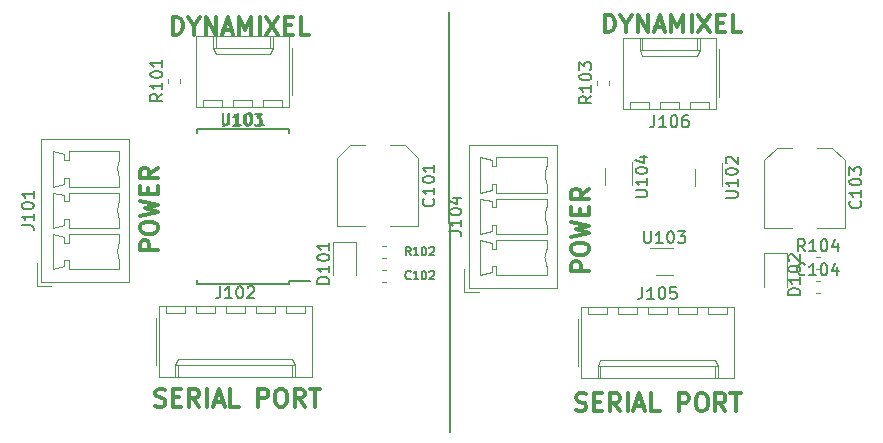
<source format=gto>
G04 #@! TF.GenerationSoftware,KiCad,Pcbnew,5.0.2+dfsg1-1~bpo9+1*
G04 #@! TF.CreationDate,2019-11-03T17:14:50+01:00*
G04 #@! TF.ProjectId,HALF_DUPLEX_UART,48414c46-5f44-4555-904c-45585f554152,rev?*
G04 #@! TF.SameCoordinates,Original*
G04 #@! TF.FileFunction,Legend,Top*
G04 #@! TF.FilePolarity,Positive*
%FSLAX46Y46*%
G04 Gerber Fmt 4.6, Leading zero omitted, Abs format (unit mm)*
G04 Created by KiCad (PCBNEW 5.0.2+dfsg1-1~bpo9+1) date dim. 03 nov. 2019 17:14:50 CET*
%MOMM*%
%LPD*%
G01*
G04 APERTURE LIST*
%ADD10C,0.300000*%
%ADD11C,0.150000*%
%ADD12C,0.120000*%
G04 APERTURE END LIST*
D10*
X159032642Y-123924142D02*
X159246928Y-123995571D01*
X159604071Y-123995571D01*
X159746928Y-123924142D01*
X159818357Y-123852714D01*
X159889785Y-123709857D01*
X159889785Y-123567000D01*
X159818357Y-123424142D01*
X159746928Y-123352714D01*
X159604071Y-123281285D01*
X159318357Y-123209857D01*
X159175500Y-123138428D01*
X159104071Y-123067000D01*
X159032642Y-122924142D01*
X159032642Y-122781285D01*
X159104071Y-122638428D01*
X159175500Y-122567000D01*
X159318357Y-122495571D01*
X159675500Y-122495571D01*
X159889785Y-122567000D01*
X160532642Y-123209857D02*
X161032642Y-123209857D01*
X161246928Y-123995571D02*
X160532642Y-123995571D01*
X160532642Y-122495571D01*
X161246928Y-122495571D01*
X162746928Y-123995571D02*
X162246928Y-123281285D01*
X161889785Y-123995571D02*
X161889785Y-122495571D01*
X162461214Y-122495571D01*
X162604071Y-122567000D01*
X162675500Y-122638428D01*
X162746928Y-122781285D01*
X162746928Y-122995571D01*
X162675500Y-123138428D01*
X162604071Y-123209857D01*
X162461214Y-123281285D01*
X161889785Y-123281285D01*
X163389785Y-123995571D02*
X163389785Y-122495571D01*
X164032642Y-123567000D02*
X164746928Y-123567000D01*
X163889785Y-123995571D02*
X164389785Y-122495571D01*
X164889785Y-123995571D01*
X166104071Y-123995571D02*
X165389785Y-123995571D01*
X165389785Y-122495571D01*
X167746928Y-123995571D02*
X167746928Y-122495571D01*
X168318357Y-122495571D01*
X168461214Y-122567000D01*
X168532642Y-122638428D01*
X168604071Y-122781285D01*
X168604071Y-122995571D01*
X168532642Y-123138428D01*
X168461214Y-123209857D01*
X168318357Y-123281285D01*
X167746928Y-123281285D01*
X169532642Y-122495571D02*
X169818357Y-122495571D01*
X169961214Y-122567000D01*
X170104071Y-122709857D01*
X170175500Y-122995571D01*
X170175500Y-123495571D01*
X170104071Y-123781285D01*
X169961214Y-123924142D01*
X169818357Y-123995571D01*
X169532642Y-123995571D01*
X169389785Y-123924142D01*
X169246928Y-123781285D01*
X169175500Y-123495571D01*
X169175500Y-122995571D01*
X169246928Y-122709857D01*
X169389785Y-122567000D01*
X169532642Y-122495571D01*
X171675500Y-123995571D02*
X171175500Y-123281285D01*
X170818357Y-123995571D02*
X170818357Y-122495571D01*
X171389785Y-122495571D01*
X171532642Y-122567000D01*
X171604071Y-122638428D01*
X171675500Y-122781285D01*
X171675500Y-122995571D01*
X171604071Y-123138428D01*
X171532642Y-123209857D01*
X171389785Y-123281285D01*
X170818357Y-123281285D01*
X172104071Y-122495571D02*
X172961214Y-122495571D01*
X172532642Y-123995571D02*
X172532642Y-122495571D01*
X160127071Y-112176285D02*
X158627071Y-112176285D01*
X158627071Y-111604857D01*
X158698500Y-111462000D01*
X158769928Y-111390571D01*
X158912785Y-111319142D01*
X159127071Y-111319142D01*
X159269928Y-111390571D01*
X159341357Y-111462000D01*
X159412785Y-111604857D01*
X159412785Y-112176285D01*
X158627071Y-110390571D02*
X158627071Y-110104857D01*
X158698500Y-109962000D01*
X158841357Y-109819142D01*
X159127071Y-109747714D01*
X159627071Y-109747714D01*
X159912785Y-109819142D01*
X160055642Y-109962000D01*
X160127071Y-110104857D01*
X160127071Y-110390571D01*
X160055642Y-110533428D01*
X159912785Y-110676285D01*
X159627071Y-110747714D01*
X159127071Y-110747714D01*
X158841357Y-110676285D01*
X158698500Y-110533428D01*
X158627071Y-110390571D01*
X158627071Y-109247714D02*
X160127071Y-108890571D01*
X159055642Y-108604857D01*
X160127071Y-108319142D01*
X158627071Y-107962000D01*
X159341357Y-107390571D02*
X159341357Y-106890571D01*
X160127071Y-106676285D02*
X160127071Y-107390571D01*
X158627071Y-107390571D01*
X158627071Y-106676285D01*
X160127071Y-105176285D02*
X159412785Y-105676285D01*
X160127071Y-106033428D02*
X158627071Y-106033428D01*
X158627071Y-105462000D01*
X158698500Y-105319142D01*
X158769928Y-105247714D01*
X158912785Y-105176285D01*
X159127071Y-105176285D01*
X159269928Y-105247714D01*
X159341357Y-105319142D01*
X159412785Y-105462000D01*
X159412785Y-106033428D01*
X161453428Y-91928071D02*
X161453428Y-90428071D01*
X161810571Y-90428071D01*
X162024857Y-90499500D01*
X162167714Y-90642357D01*
X162239142Y-90785214D01*
X162310571Y-91070928D01*
X162310571Y-91285214D01*
X162239142Y-91570928D01*
X162167714Y-91713785D01*
X162024857Y-91856642D01*
X161810571Y-91928071D01*
X161453428Y-91928071D01*
X163239142Y-91213785D02*
X163239142Y-91928071D01*
X162739142Y-90428071D02*
X163239142Y-91213785D01*
X163739142Y-90428071D01*
X164239142Y-91928071D02*
X164239142Y-90428071D01*
X165096285Y-91928071D01*
X165096285Y-90428071D01*
X165739142Y-91499500D02*
X166453428Y-91499500D01*
X165596285Y-91928071D02*
X166096285Y-90428071D01*
X166596285Y-91928071D01*
X167096285Y-91928071D02*
X167096285Y-90428071D01*
X167596285Y-91499500D01*
X168096285Y-90428071D01*
X168096285Y-91928071D01*
X168810571Y-91928071D02*
X168810571Y-90428071D01*
X169382000Y-90428071D02*
X170382000Y-91928071D01*
X170382000Y-90428071D02*
X169382000Y-91928071D01*
X170953428Y-91142357D02*
X171453428Y-91142357D01*
X171667714Y-91928071D02*
X170953428Y-91928071D01*
X170953428Y-90428071D01*
X171667714Y-90428071D01*
X173024857Y-91928071D02*
X172310571Y-91928071D01*
X172310571Y-90428071D01*
D11*
X148272500Y-90170000D02*
X148336000Y-125730000D01*
D10*
X123614571Y-110398285D02*
X122114571Y-110398285D01*
X122114571Y-109826857D01*
X122186000Y-109684000D01*
X122257428Y-109612571D01*
X122400285Y-109541142D01*
X122614571Y-109541142D01*
X122757428Y-109612571D01*
X122828857Y-109684000D01*
X122900285Y-109826857D01*
X122900285Y-110398285D01*
X122114571Y-108612571D02*
X122114571Y-108326857D01*
X122186000Y-108184000D01*
X122328857Y-108041142D01*
X122614571Y-107969714D01*
X123114571Y-107969714D01*
X123400285Y-108041142D01*
X123543142Y-108184000D01*
X123614571Y-108326857D01*
X123614571Y-108612571D01*
X123543142Y-108755428D01*
X123400285Y-108898285D01*
X123114571Y-108969714D01*
X122614571Y-108969714D01*
X122328857Y-108898285D01*
X122186000Y-108755428D01*
X122114571Y-108612571D01*
X122114571Y-107469714D02*
X123614571Y-107112571D01*
X122543142Y-106826857D01*
X123614571Y-106541142D01*
X122114571Y-106184000D01*
X122828857Y-105612571D02*
X122828857Y-105112571D01*
X123614571Y-104898285D02*
X123614571Y-105612571D01*
X122114571Y-105612571D01*
X122114571Y-104898285D01*
X123614571Y-103398285D02*
X122900285Y-103898285D01*
X123614571Y-104255428D02*
X122114571Y-104255428D01*
X122114571Y-103684000D01*
X122186000Y-103541142D01*
X122257428Y-103469714D01*
X122400285Y-103398285D01*
X122614571Y-103398285D01*
X122757428Y-103469714D01*
X122828857Y-103541142D01*
X122900285Y-103684000D01*
X122900285Y-104255428D01*
X124877428Y-92118571D02*
X124877428Y-90618571D01*
X125234571Y-90618571D01*
X125448857Y-90690000D01*
X125591714Y-90832857D01*
X125663142Y-90975714D01*
X125734571Y-91261428D01*
X125734571Y-91475714D01*
X125663142Y-91761428D01*
X125591714Y-91904285D01*
X125448857Y-92047142D01*
X125234571Y-92118571D01*
X124877428Y-92118571D01*
X126663142Y-91404285D02*
X126663142Y-92118571D01*
X126163142Y-90618571D02*
X126663142Y-91404285D01*
X127163142Y-90618571D01*
X127663142Y-92118571D02*
X127663142Y-90618571D01*
X128520285Y-92118571D01*
X128520285Y-90618571D01*
X129163142Y-91690000D02*
X129877428Y-91690000D01*
X129020285Y-92118571D02*
X129520285Y-90618571D01*
X130020285Y-92118571D01*
X130520285Y-92118571D02*
X130520285Y-90618571D01*
X131020285Y-91690000D01*
X131520285Y-90618571D01*
X131520285Y-92118571D01*
X132234571Y-92118571D02*
X132234571Y-90618571D01*
X132806000Y-90618571D02*
X133806000Y-92118571D01*
X133806000Y-90618571D02*
X132806000Y-92118571D01*
X134377428Y-91332857D02*
X134877428Y-91332857D01*
X135091714Y-92118571D02*
X134377428Y-92118571D01*
X134377428Y-90618571D01*
X135091714Y-90618571D01*
X136448857Y-92118571D02*
X135734571Y-92118571D01*
X135734571Y-90618571D01*
X123409142Y-123543142D02*
X123623428Y-123614571D01*
X123980571Y-123614571D01*
X124123428Y-123543142D01*
X124194857Y-123471714D01*
X124266285Y-123328857D01*
X124266285Y-123186000D01*
X124194857Y-123043142D01*
X124123428Y-122971714D01*
X123980571Y-122900285D01*
X123694857Y-122828857D01*
X123552000Y-122757428D01*
X123480571Y-122686000D01*
X123409142Y-122543142D01*
X123409142Y-122400285D01*
X123480571Y-122257428D01*
X123552000Y-122186000D01*
X123694857Y-122114571D01*
X124052000Y-122114571D01*
X124266285Y-122186000D01*
X124909142Y-122828857D02*
X125409142Y-122828857D01*
X125623428Y-123614571D02*
X124909142Y-123614571D01*
X124909142Y-122114571D01*
X125623428Y-122114571D01*
X127123428Y-123614571D02*
X126623428Y-122900285D01*
X126266285Y-123614571D02*
X126266285Y-122114571D01*
X126837714Y-122114571D01*
X126980571Y-122186000D01*
X127052000Y-122257428D01*
X127123428Y-122400285D01*
X127123428Y-122614571D01*
X127052000Y-122757428D01*
X126980571Y-122828857D01*
X126837714Y-122900285D01*
X126266285Y-122900285D01*
X127766285Y-123614571D02*
X127766285Y-122114571D01*
X128409142Y-123186000D02*
X129123428Y-123186000D01*
X128266285Y-123614571D02*
X128766285Y-122114571D01*
X129266285Y-123614571D01*
X130480571Y-123614571D02*
X129766285Y-123614571D01*
X129766285Y-122114571D01*
X132123428Y-123614571D02*
X132123428Y-122114571D01*
X132694857Y-122114571D01*
X132837714Y-122186000D01*
X132909142Y-122257428D01*
X132980571Y-122400285D01*
X132980571Y-122614571D01*
X132909142Y-122757428D01*
X132837714Y-122828857D01*
X132694857Y-122900285D01*
X132123428Y-122900285D01*
X133909142Y-122114571D02*
X134194857Y-122114571D01*
X134337714Y-122186000D01*
X134480571Y-122328857D01*
X134552000Y-122614571D01*
X134552000Y-123114571D01*
X134480571Y-123400285D01*
X134337714Y-123543142D01*
X134194857Y-123614571D01*
X133909142Y-123614571D01*
X133766285Y-123543142D01*
X133623428Y-123400285D01*
X133552000Y-123114571D01*
X133552000Y-122614571D01*
X133623428Y-122328857D01*
X133766285Y-122186000D01*
X133909142Y-122114571D01*
X136052000Y-123614571D02*
X135552000Y-122900285D01*
X135194857Y-123614571D02*
X135194857Y-122114571D01*
X135766285Y-122114571D01*
X135909142Y-122186000D01*
X135980571Y-122257428D01*
X136052000Y-122400285D01*
X136052000Y-122614571D01*
X135980571Y-122757428D01*
X135909142Y-122828857D01*
X135766285Y-122900285D01*
X135194857Y-122900285D01*
X136480571Y-122114571D02*
X137337714Y-122114571D01*
X136909142Y-123614571D02*
X136909142Y-122114571D01*
D12*
G04 #@! TO.C,U103*
X165797000Y-112475500D02*
X167197000Y-112475500D01*
X167197000Y-110155500D02*
X165297000Y-110155500D01*
G04 #@! TO.C,U102*
X169086000Y-103520000D02*
X169086000Y-104920000D01*
X171406000Y-104920000D02*
X171406000Y-103020000D01*
G04 #@! TO.C,U104*
X161463500Y-103440000D02*
X161463500Y-104840000D01*
X163783500Y-104840000D02*
X163783500Y-102940000D01*
G04 #@! TO.C,J106*
X170861500Y-98407000D02*
X170861500Y-92387000D01*
X170861500Y-92387000D02*
X163021500Y-92387000D01*
X163021500Y-92387000D02*
X163021500Y-98407000D01*
X163021500Y-98407000D02*
X170861500Y-98407000D01*
X171151500Y-97377000D02*
X171151500Y-93377000D01*
X169481500Y-92387000D02*
X169481500Y-93387000D01*
X169481500Y-93387000D02*
X164401500Y-93387000D01*
X164401500Y-93387000D02*
X164401500Y-92387000D01*
X169481500Y-93387000D02*
X169231500Y-93917000D01*
X169231500Y-93917000D02*
X164651500Y-93917000D01*
X164651500Y-93917000D02*
X164401500Y-93387000D01*
X169231500Y-92387000D02*
X169231500Y-93387000D01*
X164651500Y-92387000D02*
X164651500Y-93387000D01*
X170281500Y-98407000D02*
X170281500Y-97807000D01*
X170281500Y-97807000D02*
X168681500Y-97807000D01*
X168681500Y-97807000D02*
X168681500Y-98407000D01*
X167741500Y-98407000D02*
X167741500Y-97807000D01*
X167741500Y-97807000D02*
X166141500Y-97807000D01*
X166141500Y-97807000D02*
X166141500Y-98407000D01*
X165201500Y-98407000D02*
X165201500Y-97807000D01*
X165201500Y-97807000D02*
X163601500Y-97807000D01*
X163601500Y-97807000D02*
X163601500Y-98407000D01*
G04 #@! TO.C,J104*
X149555000Y-113948000D02*
X149555000Y-111948000D01*
X150805000Y-113948000D02*
X149555000Y-113948000D01*
X156555000Y-102498000D02*
X156555000Y-103248000D01*
X152255000Y-102498000D02*
X156555000Y-102498000D01*
X152255000Y-103248000D02*
X152255000Y-102498000D01*
X151905000Y-103248000D02*
X152255000Y-103248000D01*
X151905000Y-102748000D02*
X151905000Y-103248000D01*
X150905000Y-102498000D02*
X151905000Y-102748000D01*
X150905000Y-105498000D02*
X150905000Y-102498000D01*
X151905000Y-105248000D02*
X150905000Y-105498000D01*
X151905000Y-104748000D02*
X151905000Y-105248000D01*
X152255000Y-104748000D02*
X151905000Y-104748000D01*
X152255000Y-105498000D02*
X152255000Y-104748000D01*
X156555000Y-105498000D02*
X152255000Y-105498000D01*
X156555000Y-104748000D02*
X156555000Y-105498000D01*
X156555000Y-105998000D02*
X156555000Y-106748000D01*
X152255000Y-105998000D02*
X156555000Y-105998000D01*
X152255000Y-106748000D02*
X152255000Y-105998000D01*
X151905000Y-106748000D02*
X152255000Y-106748000D01*
X151905000Y-106248000D02*
X151905000Y-106748000D01*
X150905000Y-105998000D02*
X151905000Y-106248000D01*
X150905000Y-108998000D02*
X150905000Y-105998000D01*
X151905000Y-108748000D02*
X150905000Y-108998000D01*
X151905000Y-108248000D02*
X151905000Y-108748000D01*
X152255000Y-108248000D02*
X151905000Y-108248000D01*
X152255000Y-108998000D02*
X152255000Y-108248000D01*
X156555000Y-108998000D02*
X152255000Y-108998000D01*
X156555000Y-108248000D02*
X156555000Y-108998000D01*
X156555000Y-109498000D02*
X156555000Y-110248000D01*
X152255000Y-109498000D02*
X156555000Y-109498000D01*
X152255000Y-110248000D02*
X152255000Y-109498000D01*
X151905000Y-110248000D02*
X152255000Y-110248000D01*
X151905000Y-109748000D02*
X151905000Y-110248000D01*
X150905000Y-109498000D02*
X151905000Y-109748000D01*
X150905000Y-112498000D02*
X150905000Y-109498000D01*
X151905000Y-112248000D02*
X150905000Y-112498000D01*
X151905000Y-111748000D02*
X151905000Y-112248000D01*
X152255000Y-111748000D02*
X151905000Y-111748000D01*
X152255000Y-112498000D02*
X152255000Y-111748000D01*
X156555000Y-112498000D02*
X152255000Y-112498000D01*
X156555000Y-111748000D02*
X156555000Y-112498000D01*
X149945000Y-101438000D02*
X149945000Y-113558000D01*
X157415000Y-101438000D02*
X149945000Y-101438000D01*
X157415000Y-113558000D02*
X157415000Y-101438000D01*
X149945000Y-113558000D02*
X157415000Y-113558000D01*
X156554845Y-103248353D02*
G75*
G03X156555000Y-104748000I1700155J-749647D01*
G01*
X156554845Y-106748353D02*
G75*
G03X156555000Y-108248000I1700155J-749647D01*
G01*
X156554845Y-110248353D02*
G75*
G03X156555000Y-111748000I1700155J-749647D01*
G01*
G04 #@! TO.C,J101*
X113360000Y-113440000D02*
X113360000Y-111440000D01*
X114610000Y-113440000D02*
X113360000Y-113440000D01*
X120360000Y-101990000D02*
X120360000Y-102740000D01*
X116060000Y-101990000D02*
X120360000Y-101990000D01*
X116060000Y-102740000D02*
X116060000Y-101990000D01*
X115710000Y-102740000D02*
X116060000Y-102740000D01*
X115710000Y-102240000D02*
X115710000Y-102740000D01*
X114710000Y-101990000D02*
X115710000Y-102240000D01*
X114710000Y-104990000D02*
X114710000Y-101990000D01*
X115710000Y-104740000D02*
X114710000Y-104990000D01*
X115710000Y-104240000D02*
X115710000Y-104740000D01*
X116060000Y-104240000D02*
X115710000Y-104240000D01*
X116060000Y-104990000D02*
X116060000Y-104240000D01*
X120360000Y-104990000D02*
X116060000Y-104990000D01*
X120360000Y-104240000D02*
X120360000Y-104990000D01*
X120360000Y-105490000D02*
X120360000Y-106240000D01*
X116060000Y-105490000D02*
X120360000Y-105490000D01*
X116060000Y-106240000D02*
X116060000Y-105490000D01*
X115710000Y-106240000D02*
X116060000Y-106240000D01*
X115710000Y-105740000D02*
X115710000Y-106240000D01*
X114710000Y-105490000D02*
X115710000Y-105740000D01*
X114710000Y-108490000D02*
X114710000Y-105490000D01*
X115710000Y-108240000D02*
X114710000Y-108490000D01*
X115710000Y-107740000D02*
X115710000Y-108240000D01*
X116060000Y-107740000D02*
X115710000Y-107740000D01*
X116060000Y-108490000D02*
X116060000Y-107740000D01*
X120360000Y-108490000D02*
X116060000Y-108490000D01*
X120360000Y-107740000D02*
X120360000Y-108490000D01*
X120360000Y-108990000D02*
X120360000Y-109740000D01*
X116060000Y-108990000D02*
X120360000Y-108990000D01*
X116060000Y-109740000D02*
X116060000Y-108990000D01*
X115710000Y-109740000D02*
X116060000Y-109740000D01*
X115710000Y-109240000D02*
X115710000Y-109740000D01*
X114710000Y-108990000D02*
X115710000Y-109240000D01*
X114710000Y-111990000D02*
X114710000Y-108990000D01*
X115710000Y-111740000D02*
X114710000Y-111990000D01*
X115710000Y-111240000D02*
X115710000Y-111740000D01*
X116060000Y-111240000D02*
X115710000Y-111240000D01*
X116060000Y-111990000D02*
X116060000Y-111240000D01*
X120360000Y-111990000D02*
X116060000Y-111990000D01*
X120360000Y-111240000D02*
X120360000Y-111990000D01*
X113750000Y-100930000D02*
X113750000Y-113050000D01*
X121220000Y-100930000D02*
X113750000Y-100930000D01*
X121220000Y-113050000D02*
X121220000Y-100930000D01*
X113750000Y-113050000D02*
X121220000Y-113050000D01*
X120359845Y-102740353D02*
G75*
G03X120360000Y-104240000I1700155J-749647D01*
G01*
X120359845Y-106240353D02*
G75*
G03X120360000Y-107740000I1700155J-749647D01*
G01*
X120359845Y-109740353D02*
G75*
G03X120360000Y-111240000I1700155J-749647D01*
G01*
G04 #@! TO.C,C101*
X139894437Y-101492000D02*
X138830000Y-102556437D01*
X144585563Y-101492000D02*
X145650000Y-102556437D01*
X144585563Y-101492000D02*
X143300000Y-101492000D01*
X139894437Y-101492000D02*
X141180000Y-101492000D01*
X138830000Y-102556437D02*
X138830000Y-108312000D01*
X145650000Y-102556437D02*
X145650000Y-108312000D01*
X145650000Y-108312000D02*
X143300000Y-108312000D01*
X138830000Y-108312000D02*
X141180000Y-108312000D01*
G04 #@! TO.C,C102*
X142576733Y-113032000D02*
X142919267Y-113032000D01*
X142576733Y-112012000D02*
X142919267Y-112012000D01*
G04 #@! TO.C,C103*
X174961500Y-108502500D02*
X177311500Y-108502500D01*
X181781500Y-108502500D02*
X179431500Y-108502500D01*
X181781500Y-102746937D02*
X181781500Y-108502500D01*
X174961500Y-102746937D02*
X174961500Y-108502500D01*
X176025937Y-101682500D02*
X177311500Y-101682500D01*
X180717063Y-101682500D02*
X179431500Y-101682500D01*
X180717063Y-101682500D02*
X181781500Y-102746937D01*
X176025937Y-101682500D02*
X174961500Y-102746937D01*
G04 #@! TO.C,C104*
X179343233Y-112964500D02*
X179685767Y-112964500D01*
X179343233Y-113984500D02*
X179685767Y-113984500D01*
G04 #@! TO.C,D101*
X140406000Y-112506000D02*
X140406000Y-109646000D01*
X140406000Y-109646000D02*
X138486000Y-109646000D01*
X138486000Y-109646000D02*
X138486000Y-112506000D01*
G04 #@! TO.C,D102*
X174935000Y-110598500D02*
X174935000Y-113458500D01*
X176855000Y-110598500D02*
X174935000Y-110598500D01*
X176855000Y-113458500D02*
X176855000Y-110598500D01*
G04 #@! TO.C,J102*
X123715000Y-115080000D02*
X123715000Y-121100000D01*
X123715000Y-121100000D02*
X136635000Y-121100000D01*
X136635000Y-121100000D02*
X136635000Y-115080000D01*
X136635000Y-115080000D02*
X123715000Y-115080000D01*
X123425000Y-116110000D02*
X123425000Y-120110000D01*
X125095000Y-121100000D02*
X125095000Y-120100000D01*
X125095000Y-120100000D02*
X135255000Y-120100000D01*
X135255000Y-120100000D02*
X135255000Y-121100000D01*
X125095000Y-120100000D02*
X125345000Y-119570000D01*
X125345000Y-119570000D02*
X135005000Y-119570000D01*
X135005000Y-119570000D02*
X135255000Y-120100000D01*
X125345000Y-121100000D02*
X125345000Y-120100000D01*
X135005000Y-121100000D02*
X135005000Y-120100000D01*
X124295000Y-115080000D02*
X124295000Y-115680000D01*
X124295000Y-115680000D02*
X125895000Y-115680000D01*
X125895000Y-115680000D02*
X125895000Y-115080000D01*
X126835000Y-115080000D02*
X126835000Y-115680000D01*
X126835000Y-115680000D02*
X128435000Y-115680000D01*
X128435000Y-115680000D02*
X128435000Y-115080000D01*
X129375000Y-115080000D02*
X129375000Y-115680000D01*
X129375000Y-115680000D02*
X130975000Y-115680000D01*
X130975000Y-115680000D02*
X130975000Y-115080000D01*
X131915000Y-115080000D02*
X131915000Y-115680000D01*
X131915000Y-115680000D02*
X133515000Y-115680000D01*
X133515000Y-115680000D02*
X133515000Y-115080000D01*
X134455000Y-115080000D02*
X134455000Y-115680000D01*
X134455000Y-115680000D02*
X136055000Y-115680000D01*
X136055000Y-115680000D02*
X136055000Y-115080000D01*
G04 #@! TO.C,J103*
X127470000Y-97680000D02*
X127470000Y-98280000D01*
X129070000Y-97680000D02*
X127470000Y-97680000D01*
X129070000Y-98280000D02*
X129070000Y-97680000D01*
X130010000Y-97680000D02*
X130010000Y-98280000D01*
X131610000Y-97680000D02*
X130010000Y-97680000D01*
X131610000Y-98280000D02*
X131610000Y-97680000D01*
X132550000Y-97680000D02*
X132550000Y-98280000D01*
X134150000Y-97680000D02*
X132550000Y-97680000D01*
X134150000Y-98280000D02*
X134150000Y-97680000D01*
X128520000Y-92260000D02*
X128520000Y-93260000D01*
X133100000Y-92260000D02*
X133100000Y-93260000D01*
X128520000Y-93790000D02*
X128270000Y-93260000D01*
X133100000Y-93790000D02*
X128520000Y-93790000D01*
X133350000Y-93260000D02*
X133100000Y-93790000D01*
X128270000Y-93260000D02*
X128270000Y-92260000D01*
X133350000Y-93260000D02*
X128270000Y-93260000D01*
X133350000Y-92260000D02*
X133350000Y-93260000D01*
X135020000Y-97250000D02*
X135020000Y-93250000D01*
X126890000Y-98280000D02*
X134730000Y-98280000D01*
X126890000Y-92260000D02*
X126890000Y-98280000D01*
X134730000Y-92260000D02*
X126890000Y-92260000D01*
X134730000Y-98280000D02*
X134730000Y-92260000D01*
G04 #@! TO.C,J105*
X171805500Y-115743500D02*
X171805500Y-115143500D01*
X170205500Y-115743500D02*
X171805500Y-115743500D01*
X170205500Y-115143500D02*
X170205500Y-115743500D01*
X169265500Y-115743500D02*
X169265500Y-115143500D01*
X167665500Y-115743500D02*
X169265500Y-115743500D01*
X167665500Y-115143500D02*
X167665500Y-115743500D01*
X166725500Y-115743500D02*
X166725500Y-115143500D01*
X165125500Y-115743500D02*
X166725500Y-115743500D01*
X165125500Y-115143500D02*
X165125500Y-115743500D01*
X164185500Y-115743500D02*
X164185500Y-115143500D01*
X162585500Y-115743500D02*
X164185500Y-115743500D01*
X162585500Y-115143500D02*
X162585500Y-115743500D01*
X161645500Y-115743500D02*
X161645500Y-115143500D01*
X160045500Y-115743500D02*
X161645500Y-115743500D01*
X160045500Y-115143500D02*
X160045500Y-115743500D01*
X170755500Y-121163500D02*
X170755500Y-120163500D01*
X161095500Y-121163500D02*
X161095500Y-120163500D01*
X170755500Y-119633500D02*
X171005500Y-120163500D01*
X161095500Y-119633500D02*
X170755500Y-119633500D01*
X160845500Y-120163500D02*
X161095500Y-119633500D01*
X171005500Y-120163500D02*
X171005500Y-121163500D01*
X160845500Y-120163500D02*
X171005500Y-120163500D01*
X160845500Y-121163500D02*
X160845500Y-120163500D01*
X159175500Y-116173500D02*
X159175500Y-120173500D01*
X172385500Y-115143500D02*
X159465500Y-115143500D01*
X172385500Y-121163500D02*
X172385500Y-115143500D01*
X159465500Y-121163500D02*
X172385500Y-121163500D01*
X159465500Y-115143500D02*
X159465500Y-121163500D01*
G04 #@! TO.C,R101*
X124458000Y-96183267D02*
X124458000Y-95840733D01*
X125478000Y-96183267D02*
X125478000Y-95840733D01*
G04 #@! TO.C,R102*
X142576733Y-111000000D02*
X142919267Y-111000000D01*
X142576733Y-109980000D02*
X142919267Y-109980000D01*
G04 #@! TO.C,R103*
X160780000Y-96373767D02*
X160780000Y-96031233D01*
X161800000Y-96373767D02*
X161800000Y-96031233D01*
G04 #@! TO.C,R104*
X179357233Y-111952500D02*
X179699767Y-111952500D01*
X179357233Y-110932500D02*
X179699767Y-110932500D01*
D11*
G04 #@! TO.C,U101*
X134685000Y-113255000D02*
X134685000Y-113005000D01*
X126935000Y-113255000D02*
X126935000Y-112920000D01*
X126935000Y-100105000D02*
X126935000Y-100440000D01*
X134685000Y-100105000D02*
X134685000Y-100440000D01*
X134685000Y-113255000D02*
X126935000Y-113255000D01*
X134685000Y-100105000D02*
X126935000Y-100105000D01*
X134685000Y-113005000D02*
X136485000Y-113005000D01*
G04 #@! TO.C,U103*
X164782714Y-108767880D02*
X164782714Y-109577404D01*
X164830333Y-109672642D01*
X164877952Y-109720261D01*
X164973190Y-109767880D01*
X165163666Y-109767880D01*
X165258904Y-109720261D01*
X165306523Y-109672642D01*
X165354142Y-109577404D01*
X165354142Y-108767880D01*
X166354142Y-109767880D02*
X165782714Y-109767880D01*
X166068428Y-109767880D02*
X166068428Y-108767880D01*
X165973190Y-108910738D01*
X165877952Y-109005976D01*
X165782714Y-109053595D01*
X166973190Y-108767880D02*
X167068428Y-108767880D01*
X167163666Y-108815500D01*
X167211285Y-108863119D01*
X167258904Y-108958357D01*
X167306523Y-109148833D01*
X167306523Y-109386928D01*
X167258904Y-109577404D01*
X167211285Y-109672642D01*
X167163666Y-109720261D01*
X167068428Y-109767880D01*
X166973190Y-109767880D01*
X166877952Y-109720261D01*
X166830333Y-109672642D01*
X166782714Y-109577404D01*
X166735095Y-109386928D01*
X166735095Y-109148833D01*
X166782714Y-108958357D01*
X166830333Y-108863119D01*
X166877952Y-108815500D01*
X166973190Y-108767880D01*
X167639857Y-108767880D02*
X168258904Y-108767880D01*
X167925571Y-109148833D01*
X168068428Y-109148833D01*
X168163666Y-109196452D01*
X168211285Y-109244071D01*
X168258904Y-109339309D01*
X168258904Y-109577404D01*
X168211285Y-109672642D01*
X168163666Y-109720261D01*
X168068428Y-109767880D01*
X167782714Y-109767880D01*
X167687476Y-109720261D01*
X167639857Y-109672642D01*
G04 #@! TO.C,U102*
X171698380Y-105934285D02*
X172507904Y-105934285D01*
X172603142Y-105886666D01*
X172650761Y-105839047D01*
X172698380Y-105743809D01*
X172698380Y-105553333D01*
X172650761Y-105458095D01*
X172603142Y-105410476D01*
X172507904Y-105362857D01*
X171698380Y-105362857D01*
X172698380Y-104362857D02*
X172698380Y-104934285D01*
X172698380Y-104648571D02*
X171698380Y-104648571D01*
X171841238Y-104743809D01*
X171936476Y-104839047D01*
X171984095Y-104934285D01*
X171698380Y-103743809D02*
X171698380Y-103648571D01*
X171746000Y-103553333D01*
X171793619Y-103505714D01*
X171888857Y-103458095D01*
X172079333Y-103410476D01*
X172317428Y-103410476D01*
X172507904Y-103458095D01*
X172603142Y-103505714D01*
X172650761Y-103553333D01*
X172698380Y-103648571D01*
X172698380Y-103743809D01*
X172650761Y-103839047D01*
X172603142Y-103886666D01*
X172507904Y-103934285D01*
X172317428Y-103981904D01*
X172079333Y-103981904D01*
X171888857Y-103934285D01*
X171793619Y-103886666D01*
X171746000Y-103839047D01*
X171698380Y-103743809D01*
X171793619Y-103029523D02*
X171746000Y-102981904D01*
X171698380Y-102886666D01*
X171698380Y-102648571D01*
X171746000Y-102553333D01*
X171793619Y-102505714D01*
X171888857Y-102458095D01*
X171984095Y-102458095D01*
X172126952Y-102505714D01*
X172698380Y-103077142D01*
X172698380Y-102458095D01*
G04 #@! TO.C,U104*
X164075880Y-105854285D02*
X164885404Y-105854285D01*
X164980642Y-105806666D01*
X165028261Y-105759047D01*
X165075880Y-105663809D01*
X165075880Y-105473333D01*
X165028261Y-105378095D01*
X164980642Y-105330476D01*
X164885404Y-105282857D01*
X164075880Y-105282857D01*
X165075880Y-104282857D02*
X165075880Y-104854285D01*
X165075880Y-104568571D02*
X164075880Y-104568571D01*
X164218738Y-104663809D01*
X164313976Y-104759047D01*
X164361595Y-104854285D01*
X164075880Y-103663809D02*
X164075880Y-103568571D01*
X164123500Y-103473333D01*
X164171119Y-103425714D01*
X164266357Y-103378095D01*
X164456833Y-103330476D01*
X164694928Y-103330476D01*
X164885404Y-103378095D01*
X164980642Y-103425714D01*
X165028261Y-103473333D01*
X165075880Y-103568571D01*
X165075880Y-103663809D01*
X165028261Y-103759047D01*
X164980642Y-103806666D01*
X164885404Y-103854285D01*
X164694928Y-103901904D01*
X164456833Y-103901904D01*
X164266357Y-103854285D01*
X164171119Y-103806666D01*
X164123500Y-103759047D01*
X164075880Y-103663809D01*
X164409214Y-102473333D02*
X165075880Y-102473333D01*
X164028261Y-102711428D02*
X164742547Y-102949523D01*
X164742547Y-102330476D01*
G04 #@! TO.C,J106*
X165655785Y-98949380D02*
X165655785Y-99663666D01*
X165608166Y-99806523D01*
X165512928Y-99901761D01*
X165370071Y-99949380D01*
X165274833Y-99949380D01*
X166655785Y-99949380D02*
X166084357Y-99949380D01*
X166370071Y-99949380D02*
X166370071Y-98949380D01*
X166274833Y-99092238D01*
X166179595Y-99187476D01*
X166084357Y-99235095D01*
X167274833Y-98949380D02*
X167370071Y-98949380D01*
X167465309Y-98997000D01*
X167512928Y-99044619D01*
X167560547Y-99139857D01*
X167608166Y-99330333D01*
X167608166Y-99568428D01*
X167560547Y-99758904D01*
X167512928Y-99854142D01*
X167465309Y-99901761D01*
X167370071Y-99949380D01*
X167274833Y-99949380D01*
X167179595Y-99901761D01*
X167131976Y-99854142D01*
X167084357Y-99758904D01*
X167036738Y-99568428D01*
X167036738Y-99330333D01*
X167084357Y-99139857D01*
X167131976Y-99044619D01*
X167179595Y-98997000D01*
X167274833Y-98949380D01*
X168465309Y-98949380D02*
X168274833Y-98949380D01*
X168179595Y-98997000D01*
X168131976Y-99044619D01*
X168036738Y-99187476D01*
X167989119Y-99377952D01*
X167989119Y-99758904D01*
X168036738Y-99854142D01*
X168084357Y-99901761D01*
X168179595Y-99949380D01*
X168370071Y-99949380D01*
X168465309Y-99901761D01*
X168512928Y-99854142D01*
X168560547Y-99758904D01*
X168560547Y-99520809D01*
X168512928Y-99425571D01*
X168465309Y-99377952D01*
X168370071Y-99330333D01*
X168179595Y-99330333D01*
X168084357Y-99377952D01*
X168036738Y-99425571D01*
X167989119Y-99520809D01*
G04 #@! TO.C,J104*
X148307380Y-108783714D02*
X149021666Y-108783714D01*
X149164523Y-108831333D01*
X149259761Y-108926571D01*
X149307380Y-109069428D01*
X149307380Y-109164666D01*
X149307380Y-107783714D02*
X149307380Y-108355142D01*
X149307380Y-108069428D02*
X148307380Y-108069428D01*
X148450238Y-108164666D01*
X148545476Y-108259904D01*
X148593095Y-108355142D01*
X148307380Y-107164666D02*
X148307380Y-107069428D01*
X148355000Y-106974190D01*
X148402619Y-106926571D01*
X148497857Y-106878952D01*
X148688333Y-106831333D01*
X148926428Y-106831333D01*
X149116904Y-106878952D01*
X149212142Y-106926571D01*
X149259761Y-106974190D01*
X149307380Y-107069428D01*
X149307380Y-107164666D01*
X149259761Y-107259904D01*
X149212142Y-107307523D01*
X149116904Y-107355142D01*
X148926428Y-107402761D01*
X148688333Y-107402761D01*
X148497857Y-107355142D01*
X148402619Y-107307523D01*
X148355000Y-107259904D01*
X148307380Y-107164666D01*
X148640714Y-105974190D02*
X149307380Y-105974190D01*
X148259761Y-106212285D02*
X148974047Y-106450380D01*
X148974047Y-105831333D01*
G04 #@! TO.C,J101*
X112112380Y-108275714D02*
X112826666Y-108275714D01*
X112969523Y-108323333D01*
X113064761Y-108418571D01*
X113112380Y-108561428D01*
X113112380Y-108656666D01*
X113112380Y-107275714D02*
X113112380Y-107847142D01*
X113112380Y-107561428D02*
X112112380Y-107561428D01*
X112255238Y-107656666D01*
X112350476Y-107751904D01*
X112398095Y-107847142D01*
X112112380Y-106656666D02*
X112112380Y-106561428D01*
X112160000Y-106466190D01*
X112207619Y-106418571D01*
X112302857Y-106370952D01*
X112493333Y-106323333D01*
X112731428Y-106323333D01*
X112921904Y-106370952D01*
X113017142Y-106418571D01*
X113064761Y-106466190D01*
X113112380Y-106561428D01*
X113112380Y-106656666D01*
X113064761Y-106751904D01*
X113017142Y-106799523D01*
X112921904Y-106847142D01*
X112731428Y-106894761D01*
X112493333Y-106894761D01*
X112302857Y-106847142D01*
X112207619Y-106799523D01*
X112160000Y-106751904D01*
X112112380Y-106656666D01*
X113112380Y-105370952D02*
X113112380Y-105942380D01*
X113112380Y-105656666D02*
X112112380Y-105656666D01*
X112255238Y-105751904D01*
X112350476Y-105847142D01*
X112398095Y-105942380D01*
G04 #@! TO.C,C101*
X146947142Y-106021047D02*
X146994761Y-106068666D01*
X147042380Y-106211523D01*
X147042380Y-106306761D01*
X146994761Y-106449619D01*
X146899523Y-106544857D01*
X146804285Y-106592476D01*
X146613809Y-106640095D01*
X146470952Y-106640095D01*
X146280476Y-106592476D01*
X146185238Y-106544857D01*
X146090000Y-106449619D01*
X146042380Y-106306761D01*
X146042380Y-106211523D01*
X146090000Y-106068666D01*
X146137619Y-106021047D01*
X147042380Y-105068666D02*
X147042380Y-105640095D01*
X147042380Y-105354380D02*
X146042380Y-105354380D01*
X146185238Y-105449619D01*
X146280476Y-105544857D01*
X146328095Y-105640095D01*
X146042380Y-104449619D02*
X146042380Y-104354380D01*
X146090000Y-104259142D01*
X146137619Y-104211523D01*
X146232857Y-104163904D01*
X146423333Y-104116285D01*
X146661428Y-104116285D01*
X146851904Y-104163904D01*
X146947142Y-104211523D01*
X146994761Y-104259142D01*
X147042380Y-104354380D01*
X147042380Y-104449619D01*
X146994761Y-104544857D01*
X146947142Y-104592476D01*
X146851904Y-104640095D01*
X146661428Y-104687714D01*
X146423333Y-104687714D01*
X146232857Y-104640095D01*
X146137619Y-104592476D01*
X146090000Y-104544857D01*
X146042380Y-104449619D01*
X147042380Y-103163904D02*
X147042380Y-103735333D01*
X147042380Y-103449619D02*
X146042380Y-103449619D01*
X146185238Y-103544857D01*
X146280476Y-103640095D01*
X146328095Y-103735333D01*
G04 #@! TO.C,C102*
X145012666Y-112772000D02*
X144979333Y-112805333D01*
X144879333Y-112838666D01*
X144812666Y-112838666D01*
X144712666Y-112805333D01*
X144646000Y-112738666D01*
X144612666Y-112672000D01*
X144579333Y-112538666D01*
X144579333Y-112438666D01*
X144612666Y-112305333D01*
X144646000Y-112238666D01*
X144712666Y-112172000D01*
X144812666Y-112138666D01*
X144879333Y-112138666D01*
X144979333Y-112172000D01*
X145012666Y-112205333D01*
X145679333Y-112838666D02*
X145279333Y-112838666D01*
X145479333Y-112838666D02*
X145479333Y-112138666D01*
X145412666Y-112238666D01*
X145346000Y-112305333D01*
X145279333Y-112338666D01*
X146112666Y-112138666D02*
X146179333Y-112138666D01*
X146246000Y-112172000D01*
X146279333Y-112205333D01*
X146312666Y-112272000D01*
X146346000Y-112405333D01*
X146346000Y-112572000D01*
X146312666Y-112705333D01*
X146279333Y-112772000D01*
X146246000Y-112805333D01*
X146179333Y-112838666D01*
X146112666Y-112838666D01*
X146046000Y-112805333D01*
X146012666Y-112772000D01*
X145979333Y-112705333D01*
X145946000Y-112572000D01*
X145946000Y-112405333D01*
X145979333Y-112272000D01*
X146012666Y-112205333D01*
X146046000Y-112172000D01*
X146112666Y-112138666D01*
X146612666Y-112205333D02*
X146646000Y-112172000D01*
X146712666Y-112138666D01*
X146879333Y-112138666D01*
X146946000Y-112172000D01*
X146979333Y-112205333D01*
X147012666Y-112272000D01*
X147012666Y-112338666D01*
X146979333Y-112438666D01*
X146579333Y-112838666D01*
X147012666Y-112838666D01*
G04 #@! TO.C,C103*
X183078642Y-106211547D02*
X183126261Y-106259166D01*
X183173880Y-106402023D01*
X183173880Y-106497261D01*
X183126261Y-106640119D01*
X183031023Y-106735357D01*
X182935785Y-106782976D01*
X182745309Y-106830595D01*
X182602452Y-106830595D01*
X182411976Y-106782976D01*
X182316738Y-106735357D01*
X182221500Y-106640119D01*
X182173880Y-106497261D01*
X182173880Y-106402023D01*
X182221500Y-106259166D01*
X182269119Y-106211547D01*
X183173880Y-105259166D02*
X183173880Y-105830595D01*
X183173880Y-105544880D02*
X182173880Y-105544880D01*
X182316738Y-105640119D01*
X182411976Y-105735357D01*
X182459595Y-105830595D01*
X182173880Y-104640119D02*
X182173880Y-104544880D01*
X182221500Y-104449642D01*
X182269119Y-104402023D01*
X182364357Y-104354404D01*
X182554833Y-104306785D01*
X182792928Y-104306785D01*
X182983404Y-104354404D01*
X183078642Y-104402023D01*
X183126261Y-104449642D01*
X183173880Y-104544880D01*
X183173880Y-104640119D01*
X183126261Y-104735357D01*
X183078642Y-104782976D01*
X182983404Y-104830595D01*
X182792928Y-104878214D01*
X182554833Y-104878214D01*
X182364357Y-104830595D01*
X182269119Y-104782976D01*
X182221500Y-104735357D01*
X182173880Y-104640119D01*
X182173880Y-103973452D02*
X182173880Y-103354404D01*
X182554833Y-103687738D01*
X182554833Y-103544880D01*
X182602452Y-103449642D01*
X182650071Y-103402023D01*
X182745309Y-103354404D01*
X182983404Y-103354404D01*
X183078642Y-103402023D01*
X183126261Y-103449642D01*
X183173880Y-103544880D01*
X183173880Y-103830595D01*
X183126261Y-103925833D01*
X183078642Y-103973452D01*
G04 #@! TO.C,C104*
X178395452Y-112401642D02*
X178347833Y-112449261D01*
X178204976Y-112496880D01*
X178109738Y-112496880D01*
X177966880Y-112449261D01*
X177871642Y-112354023D01*
X177824023Y-112258785D01*
X177776404Y-112068309D01*
X177776404Y-111925452D01*
X177824023Y-111734976D01*
X177871642Y-111639738D01*
X177966880Y-111544500D01*
X178109738Y-111496880D01*
X178204976Y-111496880D01*
X178347833Y-111544500D01*
X178395452Y-111592119D01*
X179347833Y-112496880D02*
X178776404Y-112496880D01*
X179062119Y-112496880D02*
X179062119Y-111496880D01*
X178966880Y-111639738D01*
X178871642Y-111734976D01*
X178776404Y-111782595D01*
X179966880Y-111496880D02*
X180062119Y-111496880D01*
X180157357Y-111544500D01*
X180204976Y-111592119D01*
X180252595Y-111687357D01*
X180300214Y-111877833D01*
X180300214Y-112115928D01*
X180252595Y-112306404D01*
X180204976Y-112401642D01*
X180157357Y-112449261D01*
X180062119Y-112496880D01*
X179966880Y-112496880D01*
X179871642Y-112449261D01*
X179824023Y-112401642D01*
X179776404Y-112306404D01*
X179728785Y-112115928D01*
X179728785Y-111877833D01*
X179776404Y-111687357D01*
X179824023Y-111592119D01*
X179871642Y-111544500D01*
X179966880Y-111496880D01*
X181157357Y-111830214D02*
X181157357Y-112496880D01*
X180919261Y-111449261D02*
X180681166Y-112163547D01*
X181300214Y-112163547D01*
G04 #@! TO.C,D101*
X138120380Y-113196476D02*
X137120380Y-113196476D01*
X137120380Y-112958380D01*
X137168000Y-112815523D01*
X137263238Y-112720285D01*
X137358476Y-112672666D01*
X137548952Y-112625047D01*
X137691809Y-112625047D01*
X137882285Y-112672666D01*
X137977523Y-112720285D01*
X138072761Y-112815523D01*
X138120380Y-112958380D01*
X138120380Y-113196476D01*
X138120380Y-111672666D02*
X138120380Y-112244095D01*
X138120380Y-111958380D02*
X137120380Y-111958380D01*
X137263238Y-112053619D01*
X137358476Y-112148857D01*
X137406095Y-112244095D01*
X137120380Y-111053619D02*
X137120380Y-110958380D01*
X137168000Y-110863142D01*
X137215619Y-110815523D01*
X137310857Y-110767904D01*
X137501333Y-110720285D01*
X137739428Y-110720285D01*
X137929904Y-110767904D01*
X138025142Y-110815523D01*
X138072761Y-110863142D01*
X138120380Y-110958380D01*
X138120380Y-111053619D01*
X138072761Y-111148857D01*
X138025142Y-111196476D01*
X137929904Y-111244095D01*
X137739428Y-111291714D01*
X137501333Y-111291714D01*
X137310857Y-111244095D01*
X137215619Y-111196476D01*
X137168000Y-111148857D01*
X137120380Y-111053619D01*
X138120380Y-109767904D02*
X138120380Y-110339333D01*
X138120380Y-110053619D02*
X137120380Y-110053619D01*
X137263238Y-110148857D01*
X137358476Y-110244095D01*
X137406095Y-110339333D01*
G04 #@! TO.C,D102*
X177997380Y-114148976D02*
X176997380Y-114148976D01*
X176997380Y-113910880D01*
X177045000Y-113768023D01*
X177140238Y-113672785D01*
X177235476Y-113625166D01*
X177425952Y-113577547D01*
X177568809Y-113577547D01*
X177759285Y-113625166D01*
X177854523Y-113672785D01*
X177949761Y-113768023D01*
X177997380Y-113910880D01*
X177997380Y-114148976D01*
X177997380Y-112625166D02*
X177997380Y-113196595D01*
X177997380Y-112910880D02*
X176997380Y-112910880D01*
X177140238Y-113006119D01*
X177235476Y-113101357D01*
X177283095Y-113196595D01*
X176997380Y-112006119D02*
X176997380Y-111910880D01*
X177045000Y-111815642D01*
X177092619Y-111768023D01*
X177187857Y-111720404D01*
X177378333Y-111672785D01*
X177616428Y-111672785D01*
X177806904Y-111720404D01*
X177902142Y-111768023D01*
X177949761Y-111815642D01*
X177997380Y-111910880D01*
X177997380Y-112006119D01*
X177949761Y-112101357D01*
X177902142Y-112148976D01*
X177806904Y-112196595D01*
X177616428Y-112244214D01*
X177378333Y-112244214D01*
X177187857Y-112196595D01*
X177092619Y-112148976D01*
X177045000Y-112101357D01*
X176997380Y-112006119D01*
X177092619Y-111291833D02*
X177045000Y-111244214D01*
X176997380Y-111148976D01*
X176997380Y-110910880D01*
X177045000Y-110815642D01*
X177092619Y-110768023D01*
X177187857Y-110720404D01*
X177283095Y-110720404D01*
X177425952Y-110768023D01*
X177997380Y-111339452D01*
X177997380Y-110720404D01*
G04 #@! TO.C,J102*
X128889285Y-113442380D02*
X128889285Y-114156666D01*
X128841666Y-114299523D01*
X128746428Y-114394761D01*
X128603571Y-114442380D01*
X128508333Y-114442380D01*
X129889285Y-114442380D02*
X129317857Y-114442380D01*
X129603571Y-114442380D02*
X129603571Y-113442380D01*
X129508333Y-113585238D01*
X129413095Y-113680476D01*
X129317857Y-113728095D01*
X130508333Y-113442380D02*
X130603571Y-113442380D01*
X130698809Y-113490000D01*
X130746428Y-113537619D01*
X130794047Y-113632857D01*
X130841666Y-113823333D01*
X130841666Y-114061428D01*
X130794047Y-114251904D01*
X130746428Y-114347142D01*
X130698809Y-114394761D01*
X130603571Y-114442380D01*
X130508333Y-114442380D01*
X130413095Y-114394761D01*
X130365476Y-114347142D01*
X130317857Y-114251904D01*
X130270238Y-114061428D01*
X130270238Y-113823333D01*
X130317857Y-113632857D01*
X130365476Y-113537619D01*
X130413095Y-113490000D01*
X130508333Y-113442380D01*
X131222619Y-113537619D02*
X131270238Y-113490000D01*
X131365476Y-113442380D01*
X131603571Y-113442380D01*
X131698809Y-113490000D01*
X131746428Y-113537619D01*
X131794047Y-113632857D01*
X131794047Y-113728095D01*
X131746428Y-113870952D01*
X131175000Y-114442380D01*
X131794047Y-114442380D01*
G04 #@! TO.C,J103*
X129524285Y-98822380D02*
X129524285Y-99536666D01*
X129476666Y-99679523D01*
X129381428Y-99774761D01*
X129238571Y-99822380D01*
X129143333Y-99822380D01*
X130524285Y-99822380D02*
X129952857Y-99822380D01*
X130238571Y-99822380D02*
X130238571Y-98822380D01*
X130143333Y-98965238D01*
X130048095Y-99060476D01*
X129952857Y-99108095D01*
X131143333Y-98822380D02*
X131238571Y-98822380D01*
X131333809Y-98870000D01*
X131381428Y-98917619D01*
X131429047Y-99012857D01*
X131476666Y-99203333D01*
X131476666Y-99441428D01*
X131429047Y-99631904D01*
X131381428Y-99727142D01*
X131333809Y-99774761D01*
X131238571Y-99822380D01*
X131143333Y-99822380D01*
X131048095Y-99774761D01*
X131000476Y-99727142D01*
X130952857Y-99631904D01*
X130905238Y-99441428D01*
X130905238Y-99203333D01*
X130952857Y-99012857D01*
X131000476Y-98917619D01*
X131048095Y-98870000D01*
X131143333Y-98822380D01*
X131810000Y-98822380D02*
X132429047Y-98822380D01*
X132095714Y-99203333D01*
X132238571Y-99203333D01*
X132333809Y-99250952D01*
X132381428Y-99298571D01*
X132429047Y-99393809D01*
X132429047Y-99631904D01*
X132381428Y-99727142D01*
X132333809Y-99774761D01*
X132238571Y-99822380D01*
X131952857Y-99822380D01*
X131857619Y-99774761D01*
X131810000Y-99727142D01*
G04 #@! TO.C,J105*
X164639785Y-113505880D02*
X164639785Y-114220166D01*
X164592166Y-114363023D01*
X164496928Y-114458261D01*
X164354071Y-114505880D01*
X164258833Y-114505880D01*
X165639785Y-114505880D02*
X165068357Y-114505880D01*
X165354071Y-114505880D02*
X165354071Y-113505880D01*
X165258833Y-113648738D01*
X165163595Y-113743976D01*
X165068357Y-113791595D01*
X166258833Y-113505880D02*
X166354071Y-113505880D01*
X166449309Y-113553500D01*
X166496928Y-113601119D01*
X166544547Y-113696357D01*
X166592166Y-113886833D01*
X166592166Y-114124928D01*
X166544547Y-114315404D01*
X166496928Y-114410642D01*
X166449309Y-114458261D01*
X166354071Y-114505880D01*
X166258833Y-114505880D01*
X166163595Y-114458261D01*
X166115976Y-114410642D01*
X166068357Y-114315404D01*
X166020738Y-114124928D01*
X166020738Y-113886833D01*
X166068357Y-113696357D01*
X166115976Y-113601119D01*
X166163595Y-113553500D01*
X166258833Y-113505880D01*
X167496928Y-113505880D02*
X167020738Y-113505880D01*
X166973119Y-113982071D01*
X167020738Y-113934452D01*
X167115976Y-113886833D01*
X167354071Y-113886833D01*
X167449309Y-113934452D01*
X167496928Y-113982071D01*
X167544547Y-114077309D01*
X167544547Y-114315404D01*
X167496928Y-114410642D01*
X167449309Y-114458261D01*
X167354071Y-114505880D01*
X167115976Y-114505880D01*
X167020738Y-114458261D01*
X166973119Y-114410642D01*
G04 #@! TO.C,R101*
X123990380Y-97131047D02*
X123514190Y-97464380D01*
X123990380Y-97702476D02*
X122990380Y-97702476D01*
X122990380Y-97321523D01*
X123038000Y-97226285D01*
X123085619Y-97178666D01*
X123180857Y-97131047D01*
X123323714Y-97131047D01*
X123418952Y-97178666D01*
X123466571Y-97226285D01*
X123514190Y-97321523D01*
X123514190Y-97702476D01*
X123990380Y-96178666D02*
X123990380Y-96750095D01*
X123990380Y-96464380D02*
X122990380Y-96464380D01*
X123133238Y-96559619D01*
X123228476Y-96654857D01*
X123276095Y-96750095D01*
X122990380Y-95559619D02*
X122990380Y-95464380D01*
X123038000Y-95369142D01*
X123085619Y-95321523D01*
X123180857Y-95273904D01*
X123371333Y-95226285D01*
X123609428Y-95226285D01*
X123799904Y-95273904D01*
X123895142Y-95321523D01*
X123942761Y-95369142D01*
X123990380Y-95464380D01*
X123990380Y-95559619D01*
X123942761Y-95654857D01*
X123895142Y-95702476D01*
X123799904Y-95750095D01*
X123609428Y-95797714D01*
X123371333Y-95797714D01*
X123180857Y-95750095D01*
X123085619Y-95702476D01*
X123038000Y-95654857D01*
X122990380Y-95559619D01*
X123990380Y-94273904D02*
X123990380Y-94845333D01*
X123990380Y-94559619D02*
X122990380Y-94559619D01*
X123133238Y-94654857D01*
X123228476Y-94750095D01*
X123276095Y-94845333D01*
G04 #@! TO.C,R102*
X145012666Y-110806666D02*
X144779333Y-110473333D01*
X144612666Y-110806666D02*
X144612666Y-110106666D01*
X144879333Y-110106666D01*
X144946000Y-110140000D01*
X144979333Y-110173333D01*
X145012666Y-110240000D01*
X145012666Y-110340000D01*
X144979333Y-110406666D01*
X144946000Y-110440000D01*
X144879333Y-110473333D01*
X144612666Y-110473333D01*
X145679333Y-110806666D02*
X145279333Y-110806666D01*
X145479333Y-110806666D02*
X145479333Y-110106666D01*
X145412666Y-110206666D01*
X145346000Y-110273333D01*
X145279333Y-110306666D01*
X146112666Y-110106666D02*
X146179333Y-110106666D01*
X146246000Y-110140000D01*
X146279333Y-110173333D01*
X146312666Y-110240000D01*
X146346000Y-110373333D01*
X146346000Y-110540000D01*
X146312666Y-110673333D01*
X146279333Y-110740000D01*
X146246000Y-110773333D01*
X146179333Y-110806666D01*
X146112666Y-110806666D01*
X146046000Y-110773333D01*
X146012666Y-110740000D01*
X145979333Y-110673333D01*
X145946000Y-110540000D01*
X145946000Y-110373333D01*
X145979333Y-110240000D01*
X146012666Y-110173333D01*
X146046000Y-110140000D01*
X146112666Y-110106666D01*
X146612666Y-110173333D02*
X146646000Y-110140000D01*
X146712666Y-110106666D01*
X146879333Y-110106666D01*
X146946000Y-110140000D01*
X146979333Y-110173333D01*
X147012666Y-110240000D01*
X147012666Y-110306666D01*
X146979333Y-110406666D01*
X146579333Y-110806666D01*
X147012666Y-110806666D01*
G04 #@! TO.C,R103*
X160312380Y-97321547D02*
X159836190Y-97654880D01*
X160312380Y-97892976D02*
X159312380Y-97892976D01*
X159312380Y-97512023D01*
X159360000Y-97416785D01*
X159407619Y-97369166D01*
X159502857Y-97321547D01*
X159645714Y-97321547D01*
X159740952Y-97369166D01*
X159788571Y-97416785D01*
X159836190Y-97512023D01*
X159836190Y-97892976D01*
X160312380Y-96369166D02*
X160312380Y-96940595D01*
X160312380Y-96654880D02*
X159312380Y-96654880D01*
X159455238Y-96750119D01*
X159550476Y-96845357D01*
X159598095Y-96940595D01*
X159312380Y-95750119D02*
X159312380Y-95654880D01*
X159360000Y-95559642D01*
X159407619Y-95512023D01*
X159502857Y-95464404D01*
X159693333Y-95416785D01*
X159931428Y-95416785D01*
X160121904Y-95464404D01*
X160217142Y-95512023D01*
X160264761Y-95559642D01*
X160312380Y-95654880D01*
X160312380Y-95750119D01*
X160264761Y-95845357D01*
X160217142Y-95892976D01*
X160121904Y-95940595D01*
X159931428Y-95988214D01*
X159693333Y-95988214D01*
X159502857Y-95940595D01*
X159407619Y-95892976D01*
X159360000Y-95845357D01*
X159312380Y-95750119D01*
X159312380Y-95083452D02*
X159312380Y-94464404D01*
X159693333Y-94797738D01*
X159693333Y-94654880D01*
X159740952Y-94559642D01*
X159788571Y-94512023D01*
X159883809Y-94464404D01*
X160121904Y-94464404D01*
X160217142Y-94512023D01*
X160264761Y-94559642D01*
X160312380Y-94654880D01*
X160312380Y-94940595D01*
X160264761Y-95035833D01*
X160217142Y-95083452D01*
G04 #@! TO.C,R104*
X178409452Y-110464880D02*
X178076119Y-109988690D01*
X177838023Y-110464880D02*
X177838023Y-109464880D01*
X178218976Y-109464880D01*
X178314214Y-109512500D01*
X178361833Y-109560119D01*
X178409452Y-109655357D01*
X178409452Y-109798214D01*
X178361833Y-109893452D01*
X178314214Y-109941071D01*
X178218976Y-109988690D01*
X177838023Y-109988690D01*
X179361833Y-110464880D02*
X178790404Y-110464880D01*
X179076119Y-110464880D02*
X179076119Y-109464880D01*
X178980880Y-109607738D01*
X178885642Y-109702976D01*
X178790404Y-109750595D01*
X179980880Y-109464880D02*
X180076119Y-109464880D01*
X180171357Y-109512500D01*
X180218976Y-109560119D01*
X180266595Y-109655357D01*
X180314214Y-109845833D01*
X180314214Y-110083928D01*
X180266595Y-110274404D01*
X180218976Y-110369642D01*
X180171357Y-110417261D01*
X180076119Y-110464880D01*
X179980880Y-110464880D01*
X179885642Y-110417261D01*
X179838023Y-110369642D01*
X179790404Y-110274404D01*
X179742785Y-110083928D01*
X179742785Y-109845833D01*
X179790404Y-109655357D01*
X179838023Y-109560119D01*
X179885642Y-109512500D01*
X179980880Y-109464880D01*
X181171357Y-109798214D02*
X181171357Y-110464880D01*
X180933261Y-109417261D02*
X180695166Y-110131547D01*
X181314214Y-110131547D01*
G04 #@! TO.C,U101*
X129095714Y-98766380D02*
X129095714Y-99575904D01*
X129143333Y-99671142D01*
X129190952Y-99718761D01*
X129286190Y-99766380D01*
X129476666Y-99766380D01*
X129571904Y-99718761D01*
X129619523Y-99671142D01*
X129667142Y-99575904D01*
X129667142Y-98766380D01*
X130667142Y-99766380D02*
X130095714Y-99766380D01*
X130381428Y-99766380D02*
X130381428Y-98766380D01*
X130286190Y-98909238D01*
X130190952Y-99004476D01*
X130095714Y-99052095D01*
X131286190Y-98766380D02*
X131381428Y-98766380D01*
X131476666Y-98814000D01*
X131524285Y-98861619D01*
X131571904Y-98956857D01*
X131619523Y-99147333D01*
X131619523Y-99385428D01*
X131571904Y-99575904D01*
X131524285Y-99671142D01*
X131476666Y-99718761D01*
X131381428Y-99766380D01*
X131286190Y-99766380D01*
X131190952Y-99718761D01*
X131143333Y-99671142D01*
X131095714Y-99575904D01*
X131048095Y-99385428D01*
X131048095Y-99147333D01*
X131095714Y-98956857D01*
X131143333Y-98861619D01*
X131190952Y-98814000D01*
X131286190Y-98766380D01*
X132571904Y-99766380D02*
X132000476Y-99766380D01*
X132286190Y-99766380D02*
X132286190Y-98766380D01*
X132190952Y-98909238D01*
X132095714Y-99004476D01*
X132000476Y-99052095D01*
G04 #@! TD*
M02*

</source>
